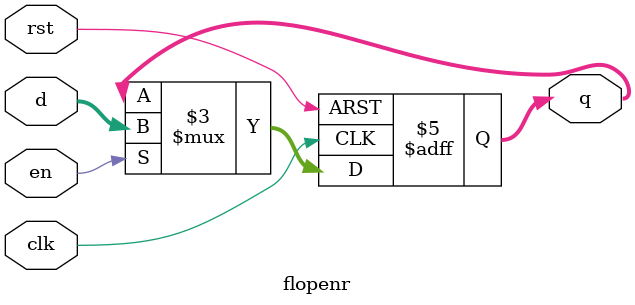
<source format=v>
`timescale 1ns / 1ps

module flopenr #(parameter WIDTH=32)(
    input clk,rst,en,
    input [WIDTH-1:0] d,
    output reg [ WIDTH-1:0] q
);
    always @(posedge clk, posedge rst) begin
        if(rst) begin
            q <= 0;
        end
        else if(en) begin
            q <= d;
        end
        else begin
            q <= q;
        end
    end
endmodule

</source>
